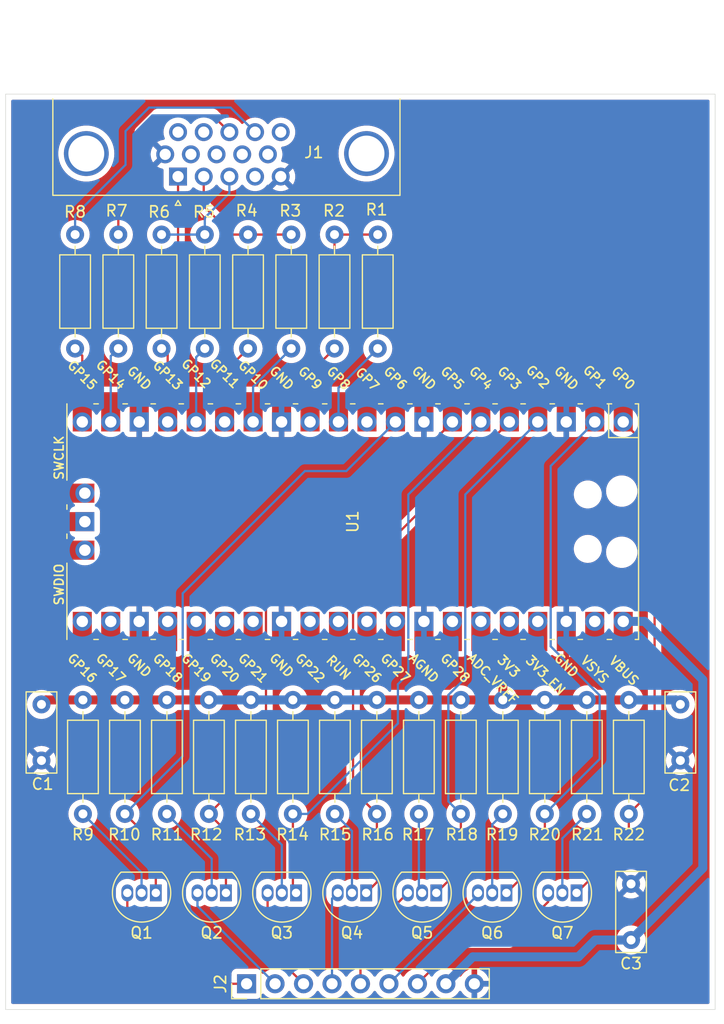
<source format=kicad_pcb>
(kicad_pcb (version 20221018) (generator pcbnew)
  (layers (0 "F.Cu" signal) (31 "B.Cu" signal) (34 "B.Paste" user) (35 "F.Paste" user) (36 "B.SilkS" user "B.Silkscreen") (37 "F.SilkS" user "F.Silkscreen") (38 "B.Mask" user) (39 "F.Mask" user) (44 "Edge.Cuts" user))
  (net 0 "")
  (net 1 "GP0")
  (net 2 "GP1")
  (net 3 "GND")
  (net 4 "GP2")
  (net 5 "GP3")
  (net 6 "GP4")
  (net 7 "GP5")
  (net 8 "GP6")
  (net 10 "GP8")
  (net 11 "GP9")
  (net 12 "GP10")
  (net 13 "GP11")
  (net 14 "GP12")
  (net 15 "GP13")
  (net 16 "GP14")
  (net 17 "GP15")
  (net 30 "+3.3V")
  (net 33 "+5V")
  (net 37 "Net-(Q3-B)")
  (net 38 "Net-(Q4-B)")
  (net 39 "Net-(Q5-B)")
  (net 40 "Net-(Q6-B)")
  (net 41 "Net-(Q7-B)")
  (net 42 "Net-(J1-Pad1)")
  (net 43 "Net-(J1-Pad2)")
  (net 44 "Net-(J1-Pad3)")
  (net 45 "Net-(J1-Pad13)")
  (net 46 "Net-(J1-Pad14)")
  (net 47 "Net-(Q1-B)")
  (net 48 "Net-(Q2-B)")
  (net 49 "F")
  (net 50 "KSI")
  (net 51 "SSI")
  (net 52 "I")
  (net 53 "R")
  (net 54 "G")
  (net 55 "B")
  (footprint "Resistor_THT:R_Axial_DIN0207_L6.3mm_D2.5mm_P10.16mm_Horizontal" (layer "F.Cu") (at 69.9308 111.96 90)
    (fp_text reference "R14" (at -1.84 -0.0308 180) (layer "F.SilkS"))
    (fp_text value "1K")
    (pad "1" thru_hole circle (at 0 0 90) (size 1.6 1.6) (drill 0.8) (layers "*.Cu" "*.Mask") (net 6 "GP4"))
    (pad "2" thru_hole oval (at 10.16 0 90) (size 1.6 1.6) (drill 0.8) (layers "*.Cu" "*.Mask") (net 30 "+3.3V"))
  )
  (footprint "Resistor_THT:R_Axial_DIN0207_L6.3mm_D2.5mm_P10.16mm_Horizontal" (layer "F.Cu") (at 81.1692 111.96 90)
    (fp_text reference "R17" (at -1.84 -0.0692 180) (layer "F.SilkS"))
    (fp_text value "1K")
    (pad "1" thru_hole circle (at 0 0 90) (size 1.6 1.6) (drill 0.8) (layers "*.Cu" "*.Mask") (net 39 "Net-(Q5-B)"))
    (pad "2" thru_hole oval (at 10.16 0 90) (size 1.6 1.6) (drill 0.8) (layers "*.Cu" "*.Mask") (net 30 "+3.3V"))
  )
  (footprint "Connector_Dsub:DSUB-15-HD_Female_Horizontal_P2.29x1.98mm_EdgePinOffset3.03mm_Housed_MountingHolesOffset4.94mm" (layer "F.Cu") (at 59.685 55.15 180)
    (fp_text reference "J1" (at -12.115 2.15) (layer "F.SilkS"))
    (fp_text value "DE15_Receptacle_HighDensity")
    (pad "0" thru_hole circle (at -16.815 2.05 180) (size 4 4) (drill 3.2) (layers "*.Cu" "*.Mask"))
    (pad "0" thru_hole circle (at 8.185 2.05 180) (size 4 4) (drill 3.2) (layers "*.Cu" "*.Mask"))
    (pad "1" thru_hole rect (at 0 0 180) (size 1.6 1.6) (drill 1) (layers "*.Cu" "*.Mask") (net 42 "Net-(J1-Pad1)"))
    (pad "2" thru_hole circle (at -2.29 0 180) (size 1.6 1.6) (drill 1) (layers "*.Cu" "*.Mask") (net 43 "Net-(J1-Pad2)"))
    (pad "3" thru_hole circle (at -4.58 0 180) (size 1.6 1.6) (drill 1) (layers "*.Cu" "*.Mask") (net 44 "Net-(J1-Pad3)"))
    (pad "4" thru_hole circle (at -6.87 0 180) (size 1.6 1.6) (drill 1) (layers "*.Cu" "*.Mask"))
    (pad "5" thru_hole circle (at -9.16 0 180) (size 1.6 1.6) (drill 1) (layers "*.Cu" "*.Mask") (net 3 "GND"))
    (pad "6" thru_hole circle (at 1.145 1.98 180) (size 1.6 1.6) (drill 1) (layers "*.Cu" "*.Mask") (net 3 "GND"))
    (pad "7" thru_hole circle (at -1.145 1.98 180) (size 1.6 1.6) (drill 1) (layers "*.Cu" "*.Mask") (net 3 "GND"))
    (pad "8" thru_hole circle (at -3.435 1.98 180) (size 1.6 1.6) (drill 1) (layers "*.Cu" "*.Mask") (net 3 "GND"))
    (pad "9" thru_hole circle (at -5.725 1.98 180) (size 1.6 1.6) (drill 1) (layers "*.Cu" "*.Mask"))
    (pad "10" thru_hole circle (at -8.015 1.98 180) (size 1.6 1.6) (drill 1) (layers "*.Cu" "*.Mask") (net 3 "GND"))
    (pad "11" thru_hole circle (at 0 3.96 180) (size 1.6 1.6) (drill 1) (layers "*.Cu" "*.Mask"))
    (pad "12" thru_hole circle (at -2.29 3.96 180) (size 1.6 1.6) (drill 1) (layers "*.Cu" "*.Mask"))
    (pad "13" thru_hole circle (at -4.58 3.96 180) (size 1.6 1.6) (drill 1) (layers "*.Cu" "*.Mask") (net 45 "Net-(J1-Pad13)"))
    (pad "14" thru_hole circle (at -6.87 3.96 180) (size 1.6 1.6) (drill 1) (layers "*.Cu" "*.Mask") (net 46 "Net-(J1-Pad14)"))
    (pad "15" thru_hole circle (at -9.16 3.96 180) (size 1.6 1.6) (drill 1) (layers "*.Cu" "*.Mask"))
  )
  (footprint "Package_TO_SOT_THT:TO-92_Inline" (layer "F.Cu") (at 70.2133 119 180)
    (fp_text reference "Q3" (at 1.27 -3.56) (layer "F.SilkS"))
    (fp_text value "BC547")
    (pad "1" thru_hole rect (at 0 0 180) (size 1.05 1.5) (drill 0.75) (layers "*.Cu" "*.Mask") (net 6 "GP4"))
    (pad "2" thru_hole oval (at 1.27 0 180) (size 1.05 1.5) (drill 0.75) (layers "*.Cu" "*.Mask") (net 37 "Net-(Q3-B)"))
    (pad "3" thru_hole oval (at 2.54 0 180) (size 1.05 1.5) (drill 0.75) (layers "*.Cu" "*.Mask") (net 51 "SSI"))
  )
  (footprint "Resistor_THT:R_Axial_DIN0207_L6.3mm_D2.5mm_P10.16mm_Horizontal" (layer "F.Cu") (at 92.4077 111.96 90)
    (fp_text reference "R20" (at -1.84 -0.0077 180) (layer "F.SilkS"))
    (fp_text value "1K")
    (pad "1" thru_hole circle (at 0 0 90) (size 1.6 1.6) (drill 0.8) (layers "*.Cu" "*.Mask") (net 2 "GP1"))
    (pad "2" thru_hole oval (at 10.16 0 90) (size 1.6 1.6) (drill 0.8) (layers "*.Cu" "*.Mask") (net 30 "+3.3V"))
  )
  (footprint "Package_TO_SOT_THT:TO-92_Inline" (layer "F.Cu") (at 95.24 119 180)
    (fp_text reference "Q7" (at 1.27 -3.56) (layer "F.SilkS"))
    (fp_text value "BC547")
    (pad "1" thru_hole rect (at 0 0 180) (size 1.05 1.5) (drill 0.75) (layers "*.Cu" "*.Mask") (net 1 "GP0"))
    (pad "2" thru_hole oval (at 1.27 0 180) (size 1.05 1.5) (drill 0.75) (layers "*.Cu" "*.Mask") (net 41 "Net-(Q7-B)"))
    (pad "3" thru_hole oval (at 2.54 0 180) (size 1.05 1.5) (drill 0.75) (layers "*.Cu" "*.Mask") (net 55 "B"))
  )
  (footprint "Resistor_THT:R_Axial_DIN0207_L6.3mm_D2.5mm_P10.16mm_Horizontal" (layer "F.Cu") (at 62.4385 111.96 90)
    (fp_text reference "R12" (at -1.84 -0.2385 180) (layer "F.SilkS"))
    (fp_text value "1K")
    (pad "1" thru_hole circle (at 0 0 90) (size 1.6 1.6) (drill 0.8) (layers "*.Cu" "*.Mask") (net 7 "GP5"))
    (pad "2" thru_hole oval (at 10.16 0 90) (size 1.6 1.6) (drill 0.8) (layers "*.Cu" "*.Mask") (net 30 "+3.3V"))
  )
  (footprint "Connector_PinHeader_2.54mm:PinHeader_1x09_P2.54mm_Vertical" (layer "F.Cu") (at 65.8 127.1 90)
    (fp_text reference "J2" (at 0 -2.33 90) (layer "F.SilkS"))
    (fp_text value "Conn_01x09")
    (pad "1" thru_hole rect (at 0 0 90) (size 1.7 1.7) (drill 1) (layers "*.Cu" "*.Mask") (net 49 "F"))
    (pad "2" thru_hole oval (at 0 2.54 90) (size 1.7 1.7) (drill 1) (layers "*.Cu" "*.Mask") (net 50 "KSI"))
    (pad "3" thru_hole oval (at 0 5.08 90) (size 1.7 1.7) (drill 1) (layers "*.Cu" "*.Mask") (net 51 "SSI"))
    (pad "4" thru_hole oval (at 0 7.62 90) (size 1.7 1.7) (drill 1) (layers "*.Cu" "*.Mask") (net 52 "I"))
    (pad "5" thru_hole oval (at 0 10.16 90) (size 1.7 1.7) (drill 1) (layers "*.Cu" "*.Mask") (net 53 "R"))
    (pad "6" thru_hole oval (at 0 12.7 90) (size 1.7 1.7) (drill 1) (layers "*.Cu" "*.Mask") (net 54 "G"))
    (pad "7" thru_hole oval (at 0 15.24 90) (size 1.7 1.7) (drill 1) (layers "*.Cu" "*.Mask") (net 55 "B"))
    (pad "8" thru_hole oval (at 0 17.78 90) (size 1.7 1.7) (drill 1) (layers "*.Cu" "*.Mask") (net 33 "+5V"))
    (pad "9" thru_hole oval (at 0 20.32 90) (size 1.7 1.7) (drill 1) (layers "*.Cu" "*.Mask") (net 3 "GND"))
  )
  (footprint "Resistor_THT:R_Axial_DIN0207_L6.3mm_D2.5mm_P10.16mm_Horizontal" (layer "F.Cu") (at 77.5 70.48 90)
    (fp_text reference "R1" (at 12.38 -0.1 180) (layer "F.SilkS"))
    (fp_text value "1K")
    (pad "1" thru_hole circle (at 0 0 90) (size 1.6 1.6) (drill 0.8) (layers "*.Cu" "*.Mask") (net 10 "GP8"))
    (pad "2" thru_hole oval (at 10.16 0 90) (size 1.6 1.6) (drill 0.8) (layers "*.Cu" "*.Mask") (net 42 "Net-(J1-Pad1)"))
  )
  (footprint "Resistor_THT:R_Axial_DIN0207_L6.3mm_D2.5mm_P10.16mm_Horizontal" (layer "F.Cu") (at 73.6769 111.96 90)
    (fp_text reference "R15" (at -1.84 0.0231 180) (layer "F.SilkS"))
    (fp_text value "1K")
    (pad "1" thru_hole circle (at 0 0 90) (size 1.6 1.6) (drill 0.8) (layers "*.Cu" "*.Mask") (net 38 "Net-(Q4-B)"))
    (pad "2" thru_hole oval (at 10.16 0 90) (size 1.6 1.6) (drill 0.8) (layers "*.Cu" "*.Mask") (net 30 "+3.3V"))
  )
  (footprint "Resistor_THT:R_Axial_DIN0207_L6.3mm_D2.5mm_P10.16mm_Horizontal" (layer "F.Cu") (at 65.9286 70.48 90)
    (fp_text reference "R4" (at 12.28 -0.1286 180) (layer "F.SilkS"))
    (fp_text value "330R")
    (pad "1" thru_hole circle (at 0 0 90) (size 1.6 1.6) (drill 0.8) (layers "*.Cu" "*.Mask") (net 13 "GP11"))
    (pad "2" thru_hole oval (at 10.16 0 90) (size 1.6 1.6) (drill 0.8) (layers "*.Cu" "*.Mask") (net 43 "Net-(J1-Pad2)"))
  )
  (footprint "Package_TO_SOT_THT:TO-92_Inline" (layer "F.Cu") (at 63.9567 119 180)
    (fp_text reference "Q2" (at 1.27 -3.56) (layer "F.SilkS"))
    (fp_text value "BC547")
    (pad "1" thru_hole rect (at 0 0 180) (size 1.05 1.5) (drill 0.75) (layers "*.Cu" "*.Mask") (net 7 "GP5"))
    (pad "2" thru_hole oval (at 1.27 0 180) (size 1.05 1.5) (drill 0.75) (layers "*.Cu" "*.Mask") (net 48 "Net-(Q2-B)"))
    (pad "3" thru_hole oval (at 2.54 0 180) (size 1.05 1.5) (drill 0.75) (layers "*.Cu" "*.Mask") (net 50 "KSI"))
  )
  (footprint "Package_TO_SOT_THT:TO-92_Inline" (layer "F.Cu") (at 57.7 119 180)
    (fp_text reference "Q1" (at 1.27 -3.56) (layer "F.SilkS"))
    (fp_text value "BC547")
    (pad "1" thru_hole rect (at 0 0 180) (size 1.05 1.5) (drill 0.75) (layers "*.Cu" "*.Mask") (net 8 "GP6"))
    (pad "2" thru_hole oval (at 1.27 0 180) (size 1.05 1.5) (drill 0.75) (layers "*.Cu" "*.Mask") (net 47 "Net-(Q1-B)"))
    (pad "3" thru_hole oval (at 2.54 0 180) (size 1.05 1.5) (drill 0.75) (layers "*.Cu" "*.Mask") (net 49 "F"))
  )
  (footprint "Capacitor_THT:C_Disc_D7.0mm_W2.5mm_P5.00mm" (layer "F.Cu") (at 47.5 102.2 -90)
    (fp_text reference "C1" (at 7.1 -0.1 -180) (layer "F.SilkS"))
    (fp_text value "0,1uF")
    (pad "1" thru_hole circle (at 0 0 270) (size 1.6 1.6) (drill 0.8) (layers "*.Cu" "*.Mask") (net 30 "+3.3V"))
    (pad "2" thru_hole circle (at 5 0 270) (size 1.6 1.6) (drill 0.8) (layers "*.Cu" "*.Mask") (net 3 "GND"))
  )
  (footprint "Package_TO_SOT_THT:TO-92_Inline" (layer "F.Cu") (at 76.47 119 180)
    (fp_text reference "Q4" (at 1.27 -3.56) (layer "F.SilkS"))
    (fp_text value "BC547")
    (pad "1" thru_hole rect (at 0 0 180) (size 1.05 1.5) (drill 0.75) (layers "*.Cu" "*.Mask") (net 5 "GP3"))
    (pad "2" thru_hole oval (at 1.27 0 180) (size 1.05 1.5) (drill 0.75) (layers "*.Cu" "*.Mask") (net 38 "Net-(Q4-B)"))
    (pad "3" thru_hole oval (at 2.54 0 180) (size 1.05 1.5) (drill 0.75) (layers "*.Cu" "*.Mask") (net 52 "I"))
  )
  (footprint "Capacitor_THT:C_Disc_D7.0mm_W2.5mm_P5.00mm" (layer "F.Cu") (at 100.1 123.2 90)
    (fp_text reference "C3" (at -2.1 0 180) (layer "F.SilkS"))
    (fp_text value "0,1uF")
    (pad "1" thru_hole circle (at 0 0 90) (size 1.6 1.6) (drill 0.8) (layers "*.Cu" "*.Mask") (net 33 "+5V"))
    (pad "2" thru_hole circle (at 5 0 90) (size 1.6 1.6) (drill 0.8) (layers "*.Cu" "*.Mask") (net 3 "GND"))
  )
  (footprint "Resistor_THT:R_Axial_DIN0207_L6.3mm_D2.5mm_P10.16mm_Horizontal" (layer "F.Cu") (at 62.0714 70.48 90)
    (fp_text reference "R5" (at 12.18 -0.0714 180) (layer "F.SilkS"))
    (fp_text value "1K")
    (pad "1" thru_hole circle (at 0 0 90) (size 1.6 1.6) (drill 0.8) (layers "*.Cu" "*.Mask") (net 14 "GP12"))
    (pad "2" thru_hole oval (at 10.16 0 90) (size 1.6 1.6) (drill 0.8) (layers "*.Cu" "*.Mask") (net 44 "Net-(J1-Pad3)"))
  )
  (footprint "Resistor_THT:R_Axial_DIN0207_L6.3mm_D2.5mm_P10.16mm_Horizontal" (layer "F.Cu") (at 84.9154 111.96 90)
    (fp_text reference "R18" (at -1.84 0.0846 180) (layer "F.SilkS"))
    (fp_text value "1K")
    (pad "1" thru_hole circle (at 0 0 90) (size 1.6 1.6) (drill 0.8) (layers "*.Cu" "*.Mask") (net 4 "GP2"))
    (pad "2" thru_hole oval (at 10.16 0 90) (size 1.6 1.6) (drill 0.8) (layers "*.Cu" "*.Mask") (net 30 "+3.3V"))
  )
  (footprint "rgb2bga_test:RPi_Pico_SMD_TH" (layer "F.Cu") (at 75.27 85.91 -90)
    (fp_text reference "U1" (at 0 0 90) (layer "F.SilkS"))
    (fp_text value "Pico")
    (fp_text user "GP13" (at -13.054 16.51 135) (layer "F.SilkS") (effects (font (size 0.8 0.8))))
    (fp_text user "GP15" (at -13.054 24.13 135) (layer "F.SilkS") (effects (font (size 0.8 0.8))))
    (fp_text user "GP22" (at 13.054 3.81 135) (layer "F.SilkS") (effects (font (size 0.8 0.8))))
    (fp_text user "GP28" (at 13.054 -9.144 135) (layer "F.SilkS") (effects (font (size 0.8 0.8))))
    (fp_text user "GP27" (at 13.054 -3.8 135) (layer "F.SilkS") (effects (font (size 0.8 0.8))))
    (fp_text user "GND" (at 12.8 19.05 135) (layer "F.SilkS") (effects (font (size 0.8 0.8))))
    (fp_text user "GP0" (at -12.8 -24.13 135) (layer "F.SilkS") (effects (font (size 0.8 0.8))))
    (fp_text user "AGND" (at 13.054 -6.35 135) (layer "F.SilkS") (effects (font (size 0.8 0.8))))
    (fp_text user "GP14" (at -13.1 21.59 135) (layer "F.SilkS") (effects (font (size 0.8 0.8))))
    (fp_text user "RUN" (at 13 1.27 135) (layer "F.SilkS") (effects (font (size 0.8 0.8))))
    (fp_text user "GND" (at -12.8 6.35 135) (layer "F.SilkS") (effects (font (size 0.8 0.8))))
    (fp_text user "GP16" (at 13.054 24.13 135) (layer "F.SilkS") (effects (font (size 0.8 0.8))))
    (fp_text user "GP19" (at 13.054 13.97 135) (layer "F.SilkS") (effects (font (size 0.8 0.8))))
    (fp_text user "GP17" (at 13.054 21.59 135) (layer "F.SilkS") (effects (font (size 0.8 0.8))))
    (fp_text user "GP9" (at -12.8 3.81 135) (layer "F.SilkS") (effects (font (size 0.8 0.8))))
    (fp_text user "ADC_VREF" (at 14 -12.5 135) (layer "F.SilkS") (effects (font (size 0.8 0.8))))
    (fp_text user "GP11" (at -13.2 11.43 135) (layer "F.SilkS") (effects (font (size 0.8 0.8))))
    (fp_text user "GND" (at 12.8 6.35 135) (layer "F.SilkS") (effects (font (size 0.8 0.8))))
    (fp_text user "GP2" (at -12.9 -16.51 135) (layer "F.SilkS") (effects (font (size 0.8 0.8))))
    (fp_text user "VSYS" (at 13.2 -21.59 135) (layer "F.SilkS") (effects (font (size 0.8 0.8))))
    (fp_text user "GND" (at 12.8 -19.05 135) (layer "F.SilkS") (effects (font (size 0.8 0.8))))
    (fp_text user "SWCLK" (at -5.7 26.2 90) (layer "F.SilkS") (effects (font (size 0.8 0.8))))
    (fp_text user "GP1" (at -12.9 -21.6 135) (layer "F.SilkS") (effects (font (size 0.8 0.8))))
    (fp_text user "GP3" (at -12.8 -13.97 135) (layer "F.SilkS") (effects (font (size 0.8 0.8))))
    (fp_text user "GP8" (at -12.8 1.27 135) (layer "F.SilkS") (effects (font (size 0.8 0.8))))
    (fp_text user "GP5" (at -12.8 -8.89 135) (layer "F.SilkS") (effects (font (size 0.8 0.8))))
    (fp_text user "GP6" (at -12.8 -3.81 135) (layer "F.SilkS") (effects (font (size 0.8 0.8))))
    (fp_text user "GND" (at -12.8 19.05 135) (layer "F.SilkS") (effects (font (size 0.8 0.8))))
    (fp_text user "GND" (at -12.8 -19.05 135) (layer "F.SilkS") (effects (font (size 0.8 0.8))))
    (fp_text user "SWDIO" (at 5.6 26.2 90) (layer "F.SilkS") (effects (font (size 0.8 0.8))))
    (fp_text user "GP26" (at 13.054 -1.27 135) (layer "F.SilkS") (effects (font (size 0.8 0.8))))
    (fp_text user "GP20" (at 13.054 11.43 135) (layer "F.SilkS") (effects (font (size 0.8 0.8))))
    (fp_text user "3V3" (at 12.9 -13.9 135) (layer "F.SilkS") (effects (font (size 0.8 0.8))))
    (fp_text user "GP4" (at -12.8 -11.43 135) (layer "F.SilkS") (effects (font (size 0.8 0.8))))
    (fp_text user "GP10" (at -13.054 8.89 135) (layer "F.SilkS") (effects (font (size 0.8 0.8))))
    (fp_text user "GND" (at -12.8 -6.35 135) (layer "F.SilkS") (effects (font (size 0.8 0.8))))
    (fp_text user "GP18" (at 13.054 16.51 135) (layer "F.SilkS") (effects (font (size 0.8 0.8))))
    (fp_text user "GP12" (at -13.2 13.97 135) (layer "F.SilkS") (effects (font (size 0.8 0.8))))
    (fp_text user "3V3_EN" (at 13.7 -17.2 135) (layer "F.SilkS") (effects (font (size 0.8 0.8))))
    (fp_text user "GP21" (at 13.054 8.9 135) (layer "F.SilkS") (effects (font (size 0.8 0.8))))
    (fp_text user "GP7" (at -12.7 -1.3 135) (layer "F.SilkS") (effects (font (size 0.8 0.8))))
    (fp_text user "VBUS" (at 13.3 -24.2 135) (layer "F.SilkS") (effects (font (size 0.8 0.8))))
    (pad "" np_thru_hole oval (at -2.725 -24 270) (size 1.8 1.8) (drill 1.8) (layers "*.Cu" "*.Mask"))
    (pad "" np_thru_hole oval (at -2.425 -20.97 270) (size 1.5 1.5) (drill 1.5) (layers "*.Cu" "*.Mask"))
    (pad "" np_thru_hole oval (at 2.425 -20.97 270) (size 1.5 1.5) (drill 1.5) (layers "*.Cu" "*.Mask"))
    (pad "" np_thru_hole oval (at 2.725 -24 270) (size 1.8 1.8) (drill 1.8) (layers "*.Cu" "*.Mask"))
    (pad "1" thru_hole oval (at -8.89 -24.13 270) (size 1.7 1.7) (drill 1.02) (layers "*.Cu" "*.Mask") (net 1 "GP0"))
    (pad "1" smd rect (at -8.89 -24.13 270) (size 3.5 1.7) (drill (offset -0.9 0)) (layers "F.Cu" "F.Mask") (net 1 "GP0"))
    (pad "2" thru_hole oval (at -8.89 -21.59 270) (size 1.7 1.7) (drill 1.02) (layers "*.Cu" "*.Mask") (net 2 "GP1"))
    (pad "2" smd rect (at -8.89 -21.59 270) (size 3.5 1.7) (drill (offset -0.9 0)) (layers "F.Cu" "F.Mask") (net 2 "GP1"))
    (pad "3" thru_hole rect (at -8.89 -19.05 270) (size 1.7 1.7) (drill 1.02) (layers "*.Cu" "*.Mask") (net 3 "GND"))
    (pad "3" smd rect (at -8.89 -19.05 270) (size 3.5 1.7) (drill (offset -0.9 0)) (layers "F.Cu" "F.Mask") (net 3 "GND"))
    (pad "4" thru_hole oval (at -8.89 -16.51 270) (size 1.7 1.7) (drill 1.02) (layers "*.Cu" "*.Mask") (net 4 "GP2"))
    (pad "4" smd rect (at -8.89 -16.51 270) (size 3.5 1.7) (drill (offset -0.9 0)) (layers "F.Cu" "F.Mask") (net 4 "GP2"))
    (pad "5" thru_hole oval (at -8.89 -13.97 270) (size 1.7 1.7) (drill 1.02) (layers "*.Cu" "*.Mask") (net 5 "GP3"))
    (pad "5" smd rect (at -8.89 -13.97 270) (size 3.5 1.7) (drill (offset -0.9 0)) (layers "F.Cu" "F.Mask") (net 5 "GP3"))
    (pad "6" thru_hole oval (at -8.89 -11.43 270) (size 1.7 1.7) (drill 1.02) (layers "*.Cu" "*.Mask") (net 6 "GP4"))
    (pad "6" smd rect (at -8.89 -11.43 270) (size 3.5 1.7) (drill (offset -0.9 0)) (layers "F.Cu" "F.Mask") (net 6 "GP4"))
    (pad "7" thru_hole oval (at -8.89 -8.89 270) (size 1.7 1.7) (drill 1.02) (layers "*.Cu" "*.Mask") (net 7 "GP5"))
    (pad "7" smd rect (at -8.89 -8.89 270) (size 3.5 1.7) (drill (offset -0.9 0)) (layers "F.Cu" "F.Mask") (net 7 "GP5"))
    (pad "8" thru_hole rect (at -8.89 -6.35 270) (size 1.7 1.7) (drill 1.02) (layers "*.Cu" "*.Mask") (net 3 "GND"))
    (pad "8" smd rect (at -8.89 -6.35 270) (size 3.5 1.7) (drill (offset -0.9 0)) (layers "F.Cu" "F.Mask") (net 3 "GND"))
    (pad "9" thru_hole oval (at -8.89 -3.81 270) (size 1.7 1.7) (drill 1.02) (layers "*.Cu" "*.Mask") (net 8 "GP6"))
    (pad "9" smd rect (at -8.89 -3.81 270) (size 3.5 1.7) (drill (offset -0.9 0)) (layers "F.Cu" "F.Mask") (net 8 "GP6"))
    (pad "10" thru_hole oval (at -8.89 -1.27 270) (size 1.7 1.7) (drill 1.02) (layers "*.Cu" "*.Mask"))
    (pad "10" smd rect (at -8.89 -1.27 270) (size 3.5 1.7) (drill (offset -0.9 0)) (layers "F.Cu" "F.Mask"))
    (pad "11" thru_hole oval (at -8.89 1.27 270) (size 1.7 1.7) (drill 1.02) (layers "*.Cu" "*.Mask") (net 10 "GP8"))
    (pad "11" smd rect (at -8.89 1.27 270) (size 3.5 1.7) (drill (offset -0.9 0)) (layers "F.Cu" "F.Mask") (net 10 "GP8"))
    (pad "12" thru_hole oval (at -8.89 3.81 270) (size 1.7 1.7) (drill 1.02) (layers "*.Cu" "*.Mask") (net 11 "GP9"))
    (pad "12" smd rect (at -8.89 3.81 270) (size 3.5 1.7) (drill (offset -0.9 0)) (layers "F.Cu" "F.Mask") (net 11 "GP9"))
    (pad "13" thru_hole rect (at -8.89 6.35 270) (size 1.7 1.7) (drill 1.02) (layers "*.Cu" "*.Mask") (net 3 "GND"))
    (pad "13" smd rect (at -8.89 6.35 270) (size 3.5 1.7) (drill (offset -0.9 0)) (layers "F.Cu" "F.Mask") (net 3 "GND"))
    (pad "14" thru_hole oval (at -8.89 8.89 270) (size 1.7 1.7) (drill 1.02) (layers "*.Cu" "*.Mask") (net 12 "GP10"))
    (pad "14" smd rect (at -8.89 8.89 270) (size 3.5 1.7) (drill (offset -0.9 0)) (layers "F.Cu" "F.Mask") (net 12 "GP10"))
    (pad "15" thru_hole oval (at -8.89 11.43 270) (size 1.7 1.7) (drill 1.02) (layers "*.Cu" "*.Mask") (net 13 "GP11"))
    (pad "15" smd rect (at -8.89 11.43 270) (size 3.5 1.7) (drill (offset -0.9 0)) (layers "F.Cu" "F.Mask") (net 13 "GP11"))
    (pad "16" thru_hole oval (at -8.89 13.97 270) (size 1.7 1.7) (drill 1.02) (layers "*.Cu" "*.Mask") (net 14 "GP12"))
    (pad "16" smd rect (at -8.89 13.97 270) (size 3.5 1.7) (drill (offset -0.9 0)) (layers "F.Cu" "F.Mask") (net 14 "GP12"))
    (pad "17" thru_hole oval (at -8.89 16.51 270) (size 1.7 1.7) (drill 1.02) (layers "*.Cu" "*.Mask") (net 15 "GP13"))
    (pad "17" smd rect (at -8.89 16.51 270) (size 3.5 1.7) (drill (offset -0.9 0)) (layers "F.Cu" "F.Mask") (net 15 "GP13"))
    (pad "18" thru_hole rect (at -8.89 19.05 270) (size 1.7 1.7) (drill 1.02) (layers "*.Cu" "*.Mask") (net 3 "GND"))
    (pad "18" smd rect (at -8.89 19.05 270) (size 3.5 1.7) (drill (offset -0.9 0)) (layers "F.Cu" "F.Mask") (net 3 "GND"))
    (pad "19" thru_hole oval (at -8.89 21.59 270) (size 1.7 1.7) (drill 1.02) (layers "*.Cu" "*.Mask") (net 16 "GP14"))
    (pad "19" smd rect (at -8.89 21.59 270) (size 3.5 1.7) (drill (offset -0.9 0)) (layers "F.Cu" "F.Mask") (net 16 "GP14"))
    (pad "20" thru_hole oval (at -8.89 24.13 270) (size 1.7 1.7) (drill 1.02) (layers "*.Cu" "*.Mask") (net 17 "GP15"))
    (pad "20" smd rect (at -8.89 24.13 270) (size 3.5 1.7) (drill (offset -0.9 0)) (layers "F.Cu" "F.Mask") (net 17 "GP15"))
    (pad "21" thru_hole oval (at 8.89 24.13 270) (size 1.7 1.7) (drill 1.02) (layers "*.Cu" "*.Mask"))
    (pad "21" smd rect (at 8.89 24.13 270) (size 3.5 1.7) (drill (offset 0.9 0)) (layers "F.Cu" "F.Mask"))
    (pad "22" thru_hole oval (at 8.89 21.59 270) (size 1.7 1.7) (drill 1.02) (layers "*.Cu" "*.Mask"))
    (pad "22" smd rect (at 8.89 21.59 270) (size 3.5 1.7) (drill (offset 0.9 0)) (layers "F.Cu" "F.Mask"))
    (pad "23" thru_hole rect (at 8.89 19.05 270) (size 1.7 1.7) (drill 1.02) (layers "*.Cu" "*.Mask") (net 3 "GND"))
    (pad "23" smd rect (at 8.89 19.05 270) (size 3.5 1.7) (drill (offset 0.9 0)) (layers "F.Cu" "F.Mask") (net 3 "GND"))
    (pad "24" thru_hole oval (at 8.89 16.51 270) (size 1.7 1.7) (drill 1.02) (layers "*.Cu" "*.Mask"))
    (pad "24" smd rect (at 8.89 16.51 270) (size 3.5 1.7) (drill (offset 0.9 0)) (layers "F.Cu" "F.Mask"))
    (pad "25" thru_hole oval (at 8.89 13.97 270) (size 1.7 1.7) (drill 1.02) (layers "*.Cu" "*.Mask"))
    (pad "25" smd rect (at 8.89 13.97 270) (size 3.5 1.7) (drill (offset 0.9 0)) (layers "F.Cu" "F.Mask"))
    (pad "26" thru_hole oval (at 8.89 11.43 270) (size 1.7 1.7) (drill 1.02) (layers "*.Cu" "*.Mask"))
    (pad "26" smd rect (at 8.89 11.43 270) (size 3.5 1.7) (drill (offset 0.9 0)) (layers "F.Cu" "F.Mask"))
    (pad "27" thru_hole oval (at 8.89 8.89 270) (size 1.7 1.7) (drill 1.02) (layers "*.Cu" "*.Mask"))
    (pad "27" smd rect (at 8.89 8.89 270) (size 3.5 1.7) (drill (offset 0.9 0)) (layers "F.Cu" "F.Mask"))
    (pad "28" thru_hole rect (at 8.89 6.35 270) (size 1.7 1.7) (drill 1.02) (layers "*.Cu" "*.Mask") (net 3 "GND"))
    (pad "28" smd rect (at 8.89 6.35 270) (size 3.5 1.7) (drill (offset 0.9 0)) (layers "F.Cu" "F.Mask") (net 3 "GND"))
    (pad "29" thru_hole oval (at 8.89 3.81 270) (size 1.7 1.7) (drill 1.02) (layers "*.Cu" "*.Mask"))
    (pad "29" smd rect (at 8.89 3.81 270) (size 3.5 1.7) (drill (offset 0.9 0)) (layers "F.Cu" "F.Mask"))
    (pad "30" thru_hole oval (at 8.89 1.27 270) (size 1.7 1.7) (drill 1.02) (layers "*.Cu" "*.Mask"))
    (pad "30" smd rect (at 8.89 1.27 270) (size 3.5 1.7) (drill (offset 0.9 0)) (layers "F.Cu" "F.Mask"))
    (pad "31" thru_hole oval (at 8.89 -1.27 270) (size 1.7 1.7) (drill 1.02) (layers "*.Cu" "*.Mask"))
    (pad "31" smd rect (at 8.89 -1.27 270) (size 3.5 1.7) (drill (offset 0.9 0)) (layers "F.Cu" "F.Mask"))
    (pad "32" thru_hole oval (at 8.89 -3.81 270) (size 1.7 1.7) (drill 1.02) (layers "*.Cu" "*.Mask"))
    (pad "32" smd rect (at 8.89 -3.81 270) (size 3.5 1.7) (drill (offset 0.9 0)) (layers "F.Cu" "F.Mask"))
    (pad "33" thru_hole rect (at 8.89 -6.35 270) (size 1.7 1.7) (drill 1.02) (layers "*.Cu" "*.Mask") (net 3 "GND"))
    (pad "33" smd rect (at 8.89 -6.35 270) (size 3.5 1.7) (drill (offset 0.9 0)) (layers "F.Cu" "F.Mask") (net 3 "GND"))
    (pad "34" thru_hole oval (at 8.89 -8.89 270) (size 1.7 1.7) (drill 1.02) (layers "*.Cu" "*.Mask"))
    (pad "34" smd rect (at 8.89 -8.89 270) (size 3.5 1.7) (drill (offset 0.9 0)) (layers "F.Cu" "F.Mask"))
    (pad "35" thru_hole oval (at 8.89 -11.43 270) (size 1.7 1.7) (drill 1.02) (layers "*.Cu" "*.Mask"))
    (pad "35" smd rect (at 8.89 -11.43 270) (size 3.5 1.7) (drill (offset 0.9 0)) (layers "F.Cu" "F.Mask"))
    (pad "36" thru_hole oval (at 8.89 -13.97 270) (size 1.7 1.7) (drill 1.02) (layers "*.Cu" "*.Mask") (net 30 "+3.3V"))
    (pad "36" smd rect (at 8.89 -13.97 270) (size 3.5 1.7) (drill (offset 0.9 0)) (layers "F.Cu" "F.Mask") (net 30 "+3.3V"))
    (pad "37" thru_hole oval (at 8.89 -16.51 270) (size 1.7 1.7) (drill 1.02) (layers "*.Cu" "*.Mask"))
    (pad "37" smd rect (at 8.89 -16.51 270) (size 3.5 1.7) (drill (offset 0.9 0)) (layers "F.Cu" "F.Mask"))
    (pad "38" thru_hole rect (at 8.89 -19.05 270) (size 1.7 1.7) (drill 1.02) (layers "*.Cu" "*.Mask") (net 3 "GND"))
    (pad "38" smd rect (at 8.89 -19.05 270) (size 3.5 1.7) (drill (offset 0.9 0)) (layers "F.Cu" "F.Mask") (net 3 "GND"))
    (pad "39" thru_hole oval (at 8.89 -21.59 270) (size 1.7 1.7) (drill 1.02) (layers "*.Cu" "*.Mask"))
    (pad "39" smd rect (at 8.89 -21.59 270) (size 3.5 1.7) (drill (offset 0.9 0)) (layers "F.Cu" "F.Mask"))
    (pad "40" thru_hole oval (at 8.89 -24.13 270) (size 1.7 1.7) (drill 1.02) (layers "*.Cu" "*.Mask") (net 33 "+5V"))
    (pad "40" smd rect (at 8.89 -24.13 270) (size 3.5 1.7) (drill (offset 0.9 0)) (layers "F.Cu" "F.Mask") (net 33 "+5V"))
    (pad "41" thru_hole oval (at -2.54 23.9 270) (size 1.7 1.7) (drill 1.02) (layers "*.Cu" "*.Mask"))
    (pad "41" smd rect (at -2.54 23.9) (size 3.5 1.7) (drill (offset -0.9 0)) (layers "F.Cu" "F.Mask"))
    (pad "42" thru_hole rect (at 0 23.9 270) (size 1.7 1.7) (drill 1.02) (layers "*.Cu" "*.Mask"))
    (pad "42" smd rect (at 0 23.9) (size 3.5 1.7) (drill (offset -0.9 0)) (layers "F.Cu" "F.Mask"))
    (pad "43" thru_hole oval (at 2.54 23.9 270) (size 1.7 1.7) (drill 1.02) (layers "*.Cu" "*.Mask"))
    (pad "43" smd rect (at 2.54 23.9) (size 3.5 1.7) (drill (offset -0.9 0)) (layers "F.Cu" "F.Mask"))
  )
  (footprint "Resistor_THT:R_Axial_DIN0207_L6.3mm_D2.5mm_P10.16mm_Horizontal" (layer "F.Cu") (at 51.2 111.96 90)
    (fp_text reference "R9" (at -1.84 0 180) (layer "F.SilkS"))
    (fp_text value "1K")
    (pad "1" thru_hole circle (at 0 0 90) (size 1.6 1.6) (drill 0.8) (layers "*.Cu" "*.Mask") (net 47 "Net-(Q1-B)"))
    (pad "2" thru_hole oval (at 10.16 0 90) (size 1.6 1.6) (drill 0.8) (layers "*.Cu" "*.Mask") (net 30 "+3.3V"))
  )
  (footprint "Resistor_THT:R_Axial_DIN0207_L6.3mm_D2.5mm_P10.16mm_Horizontal" (layer "F.Cu") (at 54.9462 111.96 90)
    (fp_text reference "R10" (at -1.84 -0.0462 180) (layer "F.SilkS"))
    (fp_text value "1K")
    (pad "1" thru_hole circle (at 0 0 90) (size 1.6 1.6) (drill 0.8) (layers "*.Cu" "*.Mask") (net 8 "GP6"))
    (pad "2" thru_hole oval (at 10.16 0 90) (size 1.6 1.6) (drill 0.8) (layers "*.Cu" "*.Mask") (net 30 "+3.3V"))
  )
  (footprint "Resistor_THT:R_Axial_DIN0207_L6.3mm_D2.5mm_P10.16mm_Horizontal" (layer "F.Cu") (at 58.6923 111.96 90)
    (fp_text reference "R11" (at -1.84 0.0077 180) (layer "F.SilkS"))
    (fp_text value "1K")
    (pad "1" thru_hole circle (at 0 0 90) (size 1.6 1.6) (drill 0.8) (layers "*.Cu" "*.Mask") (net 48 "Net-(Q2-B)"))
    (pad "2" thru_hole oval (at 10.16 0 90) (size 1.6 1.6) (drill 0.8) (layers "*.Cu" "*.Mask") (net 30 "+3.3V"))
  )
  (footprint "Capacitor_THT:C_Disc_D7.0mm_W2.5mm_P5.00mm" (layer "F.Cu") (at 104.5 102.2 -90)
    (fp_text reference "C2" (at 7.2 0.1 -180) (layer "F.SilkS"))
    (fp_text value "0,1uF")
    (pad "1" thru_hole circle (at 0 0 270) (size 1.6 1.6) (drill 0.8) (layers "*.Cu" "*.Mask") (net 30 "+3.3V"))
    (pad "2" thru_hole circle (at 5 0 270) (size 1.6 1.6) (drill 0.8) (layers "*.Cu" "*.Mask") (net 3 "GND"))
  )
  (footprint "Resistor_THT:R_Axial_DIN0207_L6.3mm_D2.5mm_P10.16mm_Horizontal" (layer "F.Cu") (at 58.2143 70.48 90)
    (fp_text reference "R6" (at 12.18 -0.2143 180) (layer "F.SilkS"))
    (fp_text value "330R")
    (pad "1" thru_hole circle (at 0 0 90) (size 1.6 1.6) (drill 0.8) (layers "*.Cu" "*.Mask") (net 15 "GP13"))
    (pad "2" thru_hole oval (at 10.16 0 90) (size 1.6 1.6) (drill 0.8) (layers "*.Cu" "*.Mask") (net 44 "Net-(J1-Pad3)"))
  )
  (footprint "Resistor_THT:R_Axial_DIN0207_L6.3mm_D2.5mm_P10.16mm_Horizontal" (layer "F.Cu") (at 73.6429 70.48 90)
    (fp_text reference "R2" (at 12.28 -0.0429 180) (layer "F.SilkS"))
    (fp_text value "330R")
    (pad "1" thru_hole circle (at 0 0 90) (size 1.6 1.6) (drill 0.8) (layers "*.Cu" "*.Mask") (net 11 "GP9"))
    (pad "2" thru_hole oval (at 10.16 0 90) (size 1.6 1.6) (drill 0.8) (layers "*.Cu" "*.Mask") (net 42 "Net-(J1-Pad1)"))
  )
  (footprint "Resistor_THT:R_Axial_DIN0207_L6.3mm_D2.5mm_P10.16mm_Horizontal" (layer "F.Cu") (at 66.1846 111.96 90)
    (fp_text reference "R13" (at -1.84 -0.0846 180) (layer "F.SilkS"))
    (fp_text value "1K")
    (pad "1" thru_hole circle (at 0 0 90) (size 1.6 1.6) (drill 0.8) (layers "*.Cu" "*.Mask") (net 37 "Net-(Q3-B)"))
    (pad "2" thru_hole oval (at 10.16 0 90) (size 1.6 1.6) (drill 0.8) (layers "*.Cu" "*.Mask") (net 30 "+3.3V"))
  )
  (footprint "Resistor_THT:R_Axial_DIN0207_L6.3mm_D2.5mm_P10.16mm_Horizontal" (layer "F.Cu") (at 99.9 111.96 90)
    (fp_text reference "R22" (at -1.84 0 180) (layer "F.SilkS"))
    (fp_text value "1K")
    (pad "1" thru_hole circle (at 0 0 90) (size 1.6 1.6) (drill 0.8) (layers "*.Cu" "*.Mask") (net 1 "GP0"))
    (pad "2" thru_hole oval (at 10.16 0 90) (size 1.6 1.6) (drill 0.8) (layers "*.Cu" "*.Mask") (net 30 "+3.3V"))
  )
  (footprint "Resistor_THT:R_Axial_DIN0207_L6.3mm_D2.5mm_P10.16mm_Horizontal" (layer "F.Cu") (at 96.1538 111.96 90)
    (fp_text reference "R21" (at -1.84 0.0462 180) (layer "F.SilkS"))
    (fp_text value "1K")
    (pad "1" thru_hole circle (at 0 0 90) (size 1.6 1.6) (drill 0.8) (layers "*.Cu" "*.Mask") (net 41 "Net-(Q7-B)"))
    (pad "2" thru_hole oval (at 10.16 0 90) (size 1.6 1.6) (drill 0.8) (layers "*.Cu" "*.Mask") (net 30 "+3.3V"))
  )
  (footprint "Resistor_THT:R_Axial_DIN0207_L6.3mm_D2.5mm_P10.16mm_Horizontal" (layer "F.Cu") (at 50.5 60.32 -90)
    (fp_text reference "R8" (at -2.02 0 -180) (layer "F.SilkS"))
    (fp_text value "100R")
    (pad "1" thru_hole circle (at 0 0 270) (size 1.6 1.6) (drill 0.8) (layers "*.Cu" "*.Mask") (net 46 "Net-(J1-Pad14)"))
    (pad "2" thru_hole oval (at 10.16 0 270) (size 1.6 1.6) (drill 0.8) (layers "*.Cu" "*.Mask") (net 17 "GP15"))
  )
  (footprint "Resistor_THT:R_Axial_DIN0207_L6.3mm_D2.5mm_P10.16mm_Horizontal" (layer "F.Cu") (at 69.7857 70.48 90)
    (fp_text reference "R3" (at 12.28 -0.0857 180) (layer "F.SilkS"))
    (fp_text value "1K")
    (pad "1" thru_hole circle (at 0 0 90) (size 1.6 1.6) (drill 0.8) (layers "*.Cu" "*.Mask") (net 12 "GP10"))
    (pad "2" thru_hole oval (at 10.16 0 90) (size 1.6 1.6) (drill 0.8) (layers "*.Cu" "*.Mask") (net 43 "Net-(J1-Pad2)"))
  )
  (footprint "Package_TO_SOT_THT:TO-92_Inline" (layer "F.Cu") (at 82.7267 119 180)
    (fp_text reference "Q5" (at 1.27 -3.56) (layer "F.SilkS"))
    (fp_text value "BC547")
    (pad "1" thru_hole rect (at 0 0 180) (size 1.05 1.5) (drill 0.75) (layers "*.Cu" "*.Mask") (net 4 "GP2"))
    (pad "2" thru_hole oval (at 1.27 0 180) (size 1.05 1.5) (drill 0.75) (layers "*.Cu" "*.Mask") (net 39 "Net-(Q5-B)"))
    (pad "3" thru_hole oval (at 2.54 0 180) (size 1.05 1.5) (drill 0.75) (layers "*.Cu" "*.Mask") (net 53 "R"))
  )
  (footprint "Resistor_THT:R_Axial_DIN0207_L6.3mm_D2.5mm_P10.16mm_Horizontal" (layer "F.Cu") (at 54.3571 60.32 -90)
    (fp_text reference "R7" (at -2.12 0.1571 -180) (layer "F.SilkS"))
    (fp_text value "100R")
    (pad "1" thru_hole circle (at 0 0 270) (size 1.6 1.6) (drill 0.8) (layers "*.Cu" "*.Mask") (net 45 "Net-(J1-Pad13)"))
    (pad "2" thru_hole oval (at 10.16 0 270) (size 1.6 1.6) (drill 0.8) (layers "*.Cu" "*.Mask") (net 16 "GP14"))
  )
  (footprint "Resistor_THT:R_Axial_DIN0207_L6.3mm_D2.5mm_P10.16mm_Horizontal" (layer "F.Cu") (at 88.6615 111.96 90)
    (fp_text reference "R19" (at -1.84 -0.0615 180) (layer "F.SilkS"))
    (fp_text value "1K")
    (pad "1" thru_hole circle (at 0 0 90) (size 1.6 1.6) (drill 0.8) (layers "*.Cu" "*.Mask") (net 40 "Net-(Q6-B)"))
    (pad "2" thru_hole oval (at 10.16 0 90) (size 1.6 1.6) (drill 0.8) (layers "*.Cu" "*.Mask") (net 30 "+3.3V"))
  )
  (footprint "Resistor_THT:R_Axial_DIN0207_L6.3mm_D2.5mm_P10.16mm_Horizontal" (layer "F.Cu") (at 77.4231 111.96 90)
    (fp_text reference "R16" (at -1.84 0.0769 180) (layer "F.SilkS"))
    (fp_text value "1K")
    (pad "1" thru_hole circle (at 0 0 90) (size 1.6 1.6) (drill 0.8) (layers "*.Cu" "*.Mask") (net 5 "GP3"))
    (pad "2" thru_hole oval (at 10.16 0 90) (size 1.6 1.6) (drill 0.8) (layers "*.Cu" "*.Mask") (net 30 "+3.3V"))
  )
  (footprint "Package_TO_SOT_THT:TO-92_Inline" (layer "F.Cu") (at 88.9833 119 180)
    (fp_text reference "Q6" (at 1.27 -3.56) (layer "F.SilkS"))
    (fp_text value "BC547")
    (pad "1" thru_hole rect (at 0 0 180) (size 1.05 1.5) (drill 0.75) (layers "*.Cu" "*.Mask") (net 2 "GP1"))
    (pad "2" thru_hole oval (at 1.27 0 180) (size 1.05 1.5) (drill 0.75) (layers "*.Cu" "*.Mask") (net 40 "Net-(Q6-B)"))
    (pad "3" thru_hole oval (at 2.54 0 180) (size 1.05 1.5) (drill 0.75) (layers "*.Cu" "*.Mask") (net 54 "G"))
  )
  (gr_rect (start 44.3 47.8) (end 107.6 129.4) (stroke (width 0.05)) (fill none) (layer "Edge.Cuts"))
  (segment (start 102.2 79.82) (end 99.4 77.02) (width 0.2) (layer "F.Cu") (net 1))
  (segment (start 101 107.2) (end 102.2 106) (width 0.2) (layer "F.Cu") (net 1))
  (segment (start 99.9 111.96) (end 101 110.86) (width 0.2) (layer "F.Cu") (net 1))
  (segment (start 101 110.86) (end 101 107.2) (width 0.2) (layer "F.Cu") (net 1))
  (segment (start 99.9 111.96) (end 99.9 114.34) (width 0.2) (layer "F.Cu") (net 1))
  (segment (start 99.9 114.34) (end 95.24 119) (width 0.2) (layer "F.Cu") (net 1))
  (segment (start 102.2 106) (end 102.2 79.82) (width 0.2) (layer "F.Cu") (net 1))
  (segment (start 92.4077 115.5756) (end 88.9833 119) (width 0.2) (layer "F.Cu") (net 2))
  (segment (start 92.4077 111.96) (end 92.4077 115.5756) (width 0.2) (layer "F.Cu") (net 2))
  (segment (start 97.3 101.390565) (end 97.3 107.0677) (width 0.2) (layer "B.Cu") (net 2))
  (segment (start 97.3 107.0677) (end 92.4077 111.96) (width 0.2) (layer "B.Cu") (net 2))
  (segment (start 92.93 97.020565) (end 97.3 101.390565) (width 0.2) (layer "B.Cu") (net 2))
  (segment (start 92.93 80.95) (end 92.93 97.020565) (width 0.2) (layer "B.Cu") (net 2))
  (segment (start 96.86 77.02) (end 92.93 80.95) (width 0.2) (layer "B.Cu") (net 2))
  (segment (start 84.9154 116.8113) (end 82.7267 119) (width 0.2) (layer "F.Cu") (net 4))
  (segment (start 84.9154 111.96) (end 84.9154 116.8113) (width 0.2) (layer "F.Cu") (net 4))
  (segment (start 91.78 77.02) (end 85.31 83.49) (width 0.2) (layer "B.Cu") (net 4))
  (segment (start 83.8 101.359765) (end 83.8 110.8446) (width 0.2) (layer "B.Cu") (net 4))
  (segment (start 85.31 83.49) (end 85.31 99.849765) (width 0.2) (layer "B.Cu") (net 4))
  (segment (start 83.8 110.8446) (end 84.9154 111.96) (width 0.2) (layer "B.Cu") (net 4))
  (segment (start 85.31 99.849765) (end 83.8 101.359765) (width 0.2) (layer "B.Cu") (net 4))
  (segment (start 77.4231 118.0469) (end 76.47 119) (width 0.2) (layer "F.Cu") (net 5))
  (segment (start 75.3 90.96) (end 75.3 109.8369) (width 0.2) (layer "F.Cu") (net 5))
  (segment (start 77.4231 111.96) (end 77.4231 118.0469) (width 0.2) (layer "F.Cu") (net 5))
  (segment (start 75.3 109.8369) (end 77.4231 111.96) (width 0.2) (layer "F.Cu") (net 5))
  (segment (start 89.24 77.02) (end 75.3 90.96) (width 0.2) (layer "F.Cu") (net 5))
  (segment (start 69.9308 111.96) (end 69.9308 118.7175) (width 0.2) (layer "F.Cu") (net 6))
  (segment (start 69.9308 118.7175) (end 70.2133 119) (width 0.2) (layer "F.Cu") (net 6))
  (segment (start 79.3 103.9) (end 71.24 111.96) (width 0.2) (layer "B.Cu") (net 6))
  (segment (start 80.23 99.47) (end 79.3 100.4) (width 0.2) (layer "B.Cu") (net 6))
  (segment (start 80.23 83.49) (end 80.23 99.47) (width 0.2) (layer "B.Cu") (net 6))
  (segment (start 71.24 111.96) (end 69.9308 111.96) (width 0.2) (layer "B.Cu") (net 6))
  (segment (start 86.7 77.02) (end 80.23 83.49) (width 0.2) (layer "B.Cu") (net 6))
  (segment (start 79.3 100.4) (end 79.3 103.9) (width 0.2) (layer "B.Cu") (net 6))
  (segment (start 62.4385 111.96) (end 63.9567 113.4782) (width 0.2) (layer "F.Cu") (net 7))
  (segment (start 67.53 106.8685) (end 62.4385 111.96) (width 0.2) (layer "F.Cu") (net 7))
  (segment (start 84.16 77.02) (end 67.53 93.65) (width 0.2) (layer "F.Cu") (net 7))
  (segment (start 63.9567 113.4782) (end 63.9567 119) (width 0.2) (layer "F.Cu") (net 7))
  (segment (start 67.53 93.65) (end 67.53 106.8685) (width 0.2) (layer "F.Cu") (net 7))
  (segment (start 57.7 114.7138) (end 57.7 119) (width 0.2) (layer "F.Cu") (net 8))
  (segment (start 54.9462 111.96) (end 57.7 114.7138) (width 0.2) (layer "F.Cu") (net 8))
  (segment (start 60.1 106.8062) (end 60.1 92.3) (width 0.2) (layer "B.Cu") (net 8))
  (segment (start 54.9462 111.96) (end 60.1 106.8062) (width 0.2) (layer "B.Cu") (net 8))
  (segment (start 74.7 81.4) (end 79.08 77.02) (width 0.2) (layer "B.Cu") (net 8))
  (segment (start 71 81.4) (end 74.7 81.4) (width 0.2) (layer "B.Cu") (net 8))
  (segment (start 60.1 92.3) (end 71 81.4) (width 0.2) (layer "B.Cu") (net 8))
  (segment (start 74 73.98) (end 77.5 70.48) (width 0.2) (layer "B.Cu") (net 10))
  (segment (start 74 77.02) (end 74 73.98) (width 0.2) (layer "B.Cu") (net 10))
  (segment (start 71.46 77.02) (end 71.46 72.6629) (width 0.2) (layer "F.Cu") (net 11))
  (segment (start 71.46 72.6629) (end 73.6429 70.48) (width 0.2) (layer "F.Cu") (net 11))
  (segment (start 66.38 73.8857) (end 69.7857 70.48) (width 0.2) (layer "B.Cu") (net 12))
  (segment (start 66.38 77.02) (end 66.38 73.8857) (width 0.2) (layer "B.Cu") (net 12))
  (segment (start 63.84 72.5686) (end 65.9286 70.48) (width 0.2) (layer "F.Cu") (net 13))
  (segment (start 63.84 77.02) (end 63.84 72.5686) (width 0.2) (layer "F.Cu") (net 13))
  (segment (start 61.3 77.02) (end 61.3 71.2514) (width 0.2) (layer "B.Cu") (net 14))
  (segment (start 61.3 71.2514) (end 62.0714 70.48) (width 0.2) (layer "B.Cu") (net 14))
  (segment (start 58.76 77.02) (end 58.76 71.0257) (width 0.2) (layer "F.Cu") (net 15))
  (segment (start 58.76 71.0257) (end 58.2143 70.48) (width 0.2) (layer "F.Cu") (net 15))
  (segment (start 53.68 71.1571) (end 54.3571 70.48) (width 0.2) (layer "B.Cu") (net 16))
  (segment (start 53.68 77.02) (end 53.68 71.1571) (width 0.2) (layer "B.Cu") (net 16))
  (segment (start 51.14 77.02) (end 51.14 71.12) (width 0.2) (layer "F.Cu") (net 17))
  (segment (start 51.14 71.12) (end 50.5 70.48) (width 0.2) (layer "F.Cu") (net 17))
  (segment (start 84.9154 101.8) (end 77.4231 101.8) (width 0.8) (layer "F.Cu") (net 30))
  (segment (start 88.6615 101.8) (end 88.6615 99.6385) (width 0.8) (layer "F.Cu") (net 30))
  (segment (start 104.1 101.8) (end 104.5 102.2) (width 0.8) (layer "F.Cu") (net 30))
  (segment (start 89.24 99.06) (end 89.24 94.8) (width 0.8) (layer "F.Cu") (net 30))
  (segment (start 88.6615 99.6385) (end 89.24 99.06) (width 0.8) (layer "F.Cu") (net 30))
  (segment (start 99.9 101.8) (end 96.1538 101.8) (width 0.8) (layer "F.Cu") (net 30))
  (segment (start 47.9 101.8) (end 47.5 102.2) (width 0.8) (layer "F.Cu") (net 30))
  (segment (start 62.4385 101.8) (end 51.2 101.8) (width 0.8) (layer "F.Cu") (net 30))
  (segment (start 84.9154 101.8) (end 88.6615 101.8) (width 0.8) (layer "F.Cu") (net 30))
  (segment (start 51.2 101.8) (end 47.9 101.8) (width 0.8) (layer "F.Cu") (net 30))
  (segment (start 88.6615 101.8) (end 96.1538 101.8) (width 0.8) (layer "B.Cu") (net 30))
  (segment (start 104.1 101.8) (end 104.5 102.2) (width 0.8) (layer "B.Cu") (net 30))
  (segment (start 99.9 101.8) (end 104.1 101.8) (width 0.8) (layer "B.Cu") (net 30))
  (segment (start 62.4385 101.8) (end 77.4231 101.8) (width 0.8) (layer "B.Cu") (net 30))
  (segment (start 106.5 116.8) (end 106.5 100) (width 0.8) (layer "B.Cu") (net 33))
  (segment (start 95.4 124.7) (end 96.9 123.2) (width 0.8) (layer "B.Cu") (net 33))
  (segment (start 101.3 94.8) (end 99.4 94.8) (width 0.8) (layer "B.Cu") (net 33))
  (segment (start 96.9 123.2) (end 100.1 123.2) (width 0.8) (layer "B.Cu") (net 33))
  (segment (start 100.1 123.2) (end 106.5 116.8) (width 0.8) (layer "B.Cu") (net 33))
  (segment (start 85.98 124.7) (end 95.4 124.7) (width 0.8) (layer "B.Cu") (net 33))
  (segment (start 83.58 127.1) (end 85.98 124.7) (width 0.8) (layer "B.Cu") (net 33))
  (segment (start 106.5 100) (end 101.3 94.8) (width 0.8) (layer "B.Cu") (net 33))
  (segment (start 68.9433 114.7187) (end 68.9433 119) (width 0.2) (layer "B.Cu") (net 37))
  (segment (start 66.1846 111.96) (end 68.9433 114.7187) (width 0.2) (layer "B.Cu") (net 37))
  (segment (start 75.2 113.4831) (end 75.2 119) (width 0.2) (layer "B.Cu") (net 38))
  (segment (start 73.6769 111.96) (end 75.2 113.4831) (width 0.2) (layer "B.Cu") (net 38))
  (segment (start 81.1692 111.96) (end 81.1692 118.7125) (width 0.2) (layer "B.Cu") (net 39))
  (segment (start 81.1692 118.7125) (end 81.4567 119) (width 0.2) (layer "B.Cu") (net 39))
  (segment (start 88.6615 111.96) (end 87.7133 112.9082) (width 0.2) (layer "B.Cu") (net 40))
  (segment (start 87.7133 112.9082) (end 87.7133 119) (width 0.2) (layer "B.Cu") (net 40))
  (segment (start 93.97 114.1438) (end 93.97 119) (width 0.2) (layer "B.Cu") (net 41))
  (segment (start 96.1538 111.96) (end 93.97 114.1438) (width 0.2) (layer "B.Cu") (net 41))
  (segment (start 59.685 55.15) (end 59.685 62.585) (width 0.2) (layer "F.Cu") (net 42))
  (segment (start 73.6429 62.0571) (end 73.6429 60.32) (width 0.2) (layer "F.Cu") (net 42))
  (segment (start 77.5 60.32) (end 73.6429 60.32) (width 0.2) (layer "F.Cu") (net 42))
  (segment (start 71.3 64.4) (end 73.6429 62.0571) (width 0.2) (layer "F.Cu") (net 42))
  (segment (start 59.685 62.585) (end 61.5 64.4) (width 0.2) (layer "F.Cu") (net 42))
  (segment (start 61.5 64.4) (end 71.3 64.4) (width 0.2) (layer "F.Cu") (net 42))
  (segment (start 61.975 57.775) (end 61.975 55.15) (width 0.2) (layer "F.Cu") (net 43))
  (segment (start 65.9286 60.32) (end 64.52 60.32) (width 0.2) (layer "F.Cu") (net 43))
  (segment (start 65.9286 60.32) (end 69.7857 60.32) (width 0.2) (layer "F.Cu") (net 43))
  (segment (start 64.52 60.32) (end 61.975 57.775) (width 0.2) (layer "F.Cu") (net 43))
  (segment (start 58.2143 60.32) (end 62.0714 60.32) (width 0.2) (layer "B.Cu") (net 44))
  (segment (start 62.0714 60.32) (end 62.0714 58.8286) (width 0.2) (layer "B.Cu") (net 44))
  (segment (start 64.265 56.635) (end 64.265 55.15) (width 0.2) (layer "B.Cu") (net 44))
  (segment (start 62.0714 58.8286) (end 64.265 56.635) (width 0.2) (layer "B.Cu") (net 44))
  (segment (start 57.9 49.7) (end 62.775 49.7) (width 0.2) (layer "F.Cu") (net 45))
  (segment (start 56.4 51.2) (end 57.9 49.7) (width 0.2) (layer "F.Cu") (net 45))
  (segment (start 54.3571 60.32) (end 54.3571 57.0429) (width 0.2) (layer "F.Cu") (net 45))
  (segment (start 56.4 55) (end 56.4 51.2) (width 0.2) (layer "F.Cu") (net 45))
  (segment (start 54.3571 57.0429) (end 56.4 55) (width 0.2) (layer "F.Cu") (net 45))
  (segment (start 62.775 49.7) (end 64.265 51.19) (width 0.2) (layer "F.Cu") (net 45))
  (segment (start 55 51.1) (end 57.1 49) (width 0.2) (layer "B.Cu") (net 46))
  (segment (start 50.5 58.6) (end 55 54.1) (width 0.2) (layer "B.Cu") (net 46))
  (segment (start 50.5 60.32) (end 50.5 58.6) (width 0.2) (layer "B.Cu") (net 46))
  (segment (start 64.365 49) (end 66.555 51.19) (width 0.2) (layer "B.Cu") (net 46))
  (segment (start 55 54.1) (end 55 51.1) (width 0.2) (layer "B.Cu") (net 46))
  (segment (start 57.1 49) (end 64.365 49) (width 0.2) (layer "B.Cu") (net 46))
  (segment (start 56.43 117.19) (end 56.43 119) (width 0.2) (layer "B.Cu") (net 47))
  (segment (start 51.2 111.96) (end 56.43 117.19) (width 0.2) (layer "B.Cu") (net 47))
  (segment (start 58.6923 111.96) (end 62.6867 115.9544) (width 0.2) (layer "B.Cu") (net 48))
  (segment (start 62.6867 115.9544) (end 62.6867 119) (width 0.2) (layer "B.Cu") (net 48))
  (segment (start 55.16 120.26) (end 55.16 119) (width 0.2) (layer "F.Cu") (net 49))
  (segment (start 62 127.1) (end 55.16 120.26) (width 0.2) (layer "F.Cu") (net 49))
  (segment (start 65.8 127.1) (end 62 127.1) (width 0.2) (layer "F.Cu") (net 49))
  (segment (start 61.4167 120.1767) (end 61.4167 119) (width 0.2) (layer "B.Cu") (net 50))
  (segment (start 68.34 127.1) (end 61.4167 120.1767) (width 0.2) (layer "B.Cu") (net 50))
  (segment (start 70.88 127.1) (end 67.6733 123.8933) (width 0.2) (layer "F.Cu") (net 51))
  (segment (start 67.6733 123.8933) (end 67.6733 119) (width 0.2) (layer "F.Cu") (net 51))
  (segment (start 73.42 119.51) (end 73.93 119) (width 0.2) (layer "B.Cu") (net 52))
  (segment (start 73.42 127.1) (end 73.42 119.51) (width 0.2) (layer "B.Cu") (net 52))
  (segment (start 75.96 127.1) (end 75.96 123.2267) (width 0.2) (layer "F.Cu") (net 53))
  (segment (start 75.96 123.2267) (end 80.1867 119) (width 0.2) (layer "F.Cu") (net 53))
  (segment (start 78.5 127.1) (end 86.4433 119.1567) (width 0.2) (layer "B.Cu") (net 54))
  (segment (start 86.4433 119.1567) (end 86.4433 119) (width 0.2) (layer "B.Cu") (net 54))
  (segment (start 81.04 127.1) (end 84.84 123.3) (width 0.2) (layer "F.Cu") (net 55))
  (segment (start 84.84 123.3) (end 89.2 123.3) (width 0.2) (layer "F.Cu") (net 55))
  (segment (start 92.7 119.8) (end 92.7 119) (width 0.2) (layer "F.Cu") (net 55))
  (segment (start 89.2 123.3) (end 92.7 119.8) (width 0.2) (layer "F.Cu") (net 55))
  (zone (net 3) (net_name "GND") (layers "F&B.Cu") (connect_pads (clearance 0.5)) (min_thickness 0.25) (fill yes (thermal_gap 0.5) (thermal_bridge_width 0.5))
    (polygon (pts (xy 43.9 47.5) (xy 108.4 47.2) (xy 108.4 130.7) (xy 43.8 130)))
  )
)
</source>
